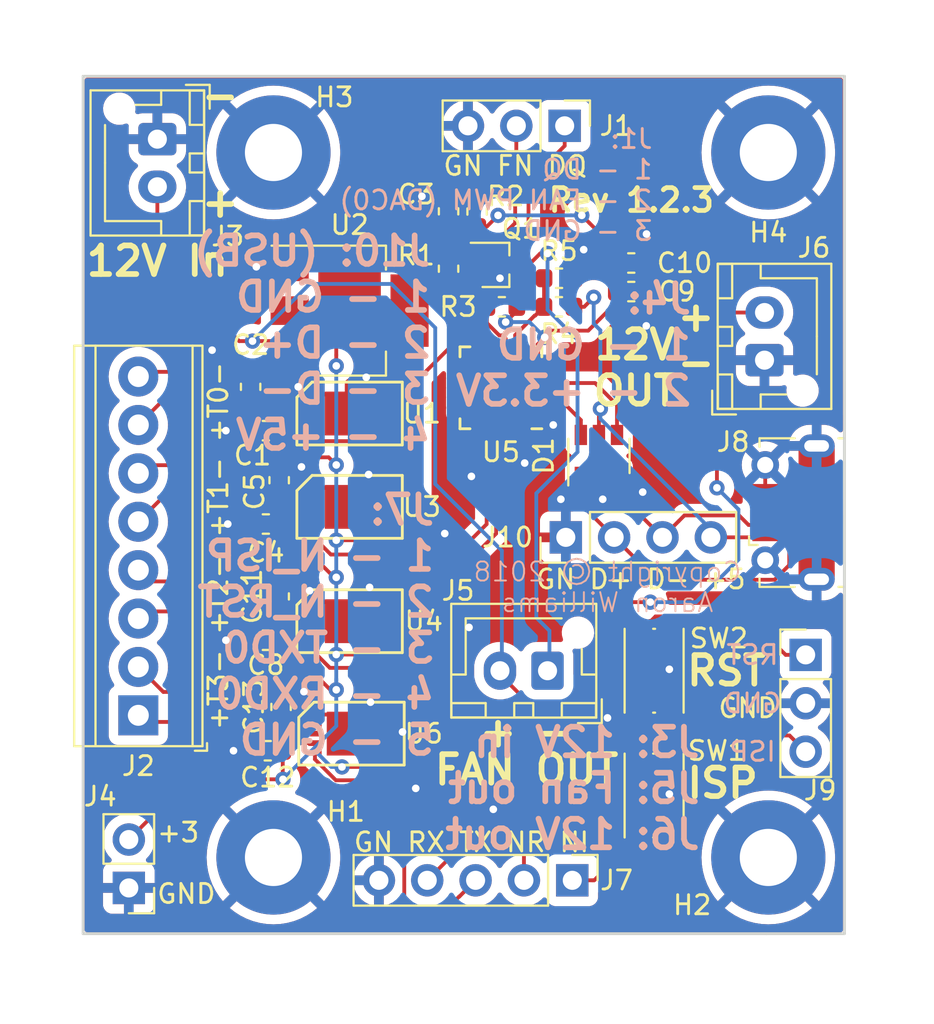
<source format=kicad_pcb>
(kicad_pcb (version 20221018) (generator pcbnew)
  (title_block (title "T-962 Temp Monitor and Fan Controller") (date "2019-03-27") (rev "1.2.3") (company "Copyright © 2018 by Aaron Williams"))
  (layers (0 "F.Cu" signal) (31 "B.Cu" signal) (35 "F.Paste" user) (36 "B.SilkS" user "B.Silkscreen") (37 "F.SilkS" user "F.Silkscreen") (38 "B.Mask" user) (39 "F.Mask" user) (44 "Edge.Cuts" user))
  (net 0 "")
  (net 1 "/FAN_PWM")
  (net 2 "GND")
  (net 3 "+3V3")
  (net 4 "+12V")
  (net 5 "/DQ")
  (net 6 "/D+")
  (net 7 "/D-")
  (net 8 "/P_D-")
  (net 9 "+5V")
  (net 10 "/P_D+")
  (net 11 "Net-(U5-Pad1)")
  (net 12 "/FAN_PWM_OUT")
  (net 13 "/N_ISP")
  (net 14 "/N_RST")
  (net 15 "/TXD0")
  (net 16 "/RXD0")
  (net 17 "/T1+")
  (net 18 "/T1-")
  (net 19 "/T0-")
  (net 20 "/T0+")
  (net 21 "/T2+")
  (net 22 "/T2-")
  (net 23 "/T3-")
  (net 24 "/T3+")
  (net 25 "Net-(R3-Pad2)")
  (net 26 "Net-(J8-Pad4)")
  (net 27 "Net-(U5-Pad11)")
  (net 28 "Net-(U5-Pad12)")
  (net 29 "Net-(U5-Pad13)")
  (net 30 "Net-(U5-Pad14)")
  (net 31 "Net-(U5-Pad15)")
  (net 32 "Net-(U5-Pad17)")
  (net 33 "Net-(U5-Pad18)")
  (net 34 "Net-(U5-Pad19)")
  (net 35 "Net-(U5-Pad22)")
  (net 36 "Net-(U5-Pad23)")
  (net 37 "Net-(U5-Pad24)")
  (net 38 "Net-(R4-Pad2)")
  (footprint "Package_TO_SOT_SMD:SOT-323_SC-70" (layer "F.Cu") (at 149.565001 41)
    (fp_text reference "Q1")
    (fp_text value "BSS214NW")
  )
  (footprint "Capacitor_SMD:C_0603_1608Metric" (layer "F.Cu") (at 137.5 49.7)
    (fp_text reference "C1")
    (fp_text value "0.1uF")
  )
  (footprint "Capacitor_SMD:C_0603_1608Metric" (layer "F.Cu") (at 156.7 42.4)
    (fp_text reference "C9")
    (fp_text value "4.7uF")
  )
  (footprint "Capacitor_SMD:C_0603_1608Metric" (layer "F.Cu") (at 137.5 60.7)
    (fp_text reference "C8")
    (fp_text value "0.1uF")
  )
  (footprint "Capacitor_SMD:C_0603_1608Metric" (layer "F.Cu") (at 147.1 38.1875 90)
    (fp_text reference "C3")
    (fp_text value "1uF")
  )
  (footprint "Capacitor_SMD:C_0603_1608Metric" (layer "F.Cu") (at 136.7 47.4 90)
    (fp_text reference "C2")
    (fp_text value "0.01uF")
  )
  (footprint "Aaron:TDFN-10_3x4mm_P0.5mm" (layer "F.Cu") (at 141.9 59.7 -90)
    (fp_text reference "U4")
    (fp_text value "MAX31850KATB+")
  )
  (footprint "Aaron:TDFN-10_3x4mm_P0.5mm" (layer "F.Cu") (at 141.9 53.7 -90)
    (fp_text reference "U3")
    (fp_text value "MAX31850KATB+")
  )
  (footprint "Aaron:TDFN-10_3x4mm_P0.5mm" (layer "F.Cu") (at 141.9 48.8 -90)
    (fp_text reference "U1")
    (fp_text value "MAX31850KATB+")
  )
  (footprint "Resistor_SMD:R_0603_1608Metric" (layer "F.Cu") (at 148.6 38.2 90)
    (fp_text reference "R2")
    (fp_text value "100K")
  )
  (footprint "Connector_PinHeader_2.54mm:PinHeader_1x05_P2.54mm_Vertical" (layer "F.Cu") (at 153.6 73.3 -90)
    (fp_text reference "J7")
    (fp_text value "2.54mm pin header")
  )
  (footprint "Connector_PinHeader_2.54mm:PinHeader_1x04_P2.54mm_Vertical" (layer "F.Cu") (at 153.26 55.3 90)
    (fp_text reference "J10")
    (fp_text value "Conn_01x04")
  )
  (footprint "Connector_JST:JST_XH_B02B-XH-AM_1x02_P2.50mm_Vertical" (layer "F.Cu") (at 152.3 62.3 180)
    (fp_text reference "J5")
    (fp_text value "JST XH-B02B-XH-AM")
  )
  (footprint "Capacitor_SMD:C_0603_1608Metric" (layer "F.Cu") (at 138.3 64.2 90)
    (fp_text reference "C13")
    (fp_text value "0.01uF")
  )
  (footprint "Capacitor_SMD:C_0603_1608Metric" (layer "F.Cu") (at 137.6 66.5)
    (fp_text reference "C12")
    (fp_text value "0.1uF")
  )
  (footprint "Capacitor_SMD:C_0603_1608Metric" (layer "F.Cu") (at 138.2 58.4 90)
    (fp_text reference "C11")
    (fp_text value "0.01uF")
  )
  (footprint "Capacitor_SMD:C_0603_1608Metric" (layer "F.Cu") (at 156.7 40.9)
    (fp_text reference "C10")
    (fp_text value "0.1uF")
  )
  (footprint "Aaron:TDFN-10_3x4mm_P0.5mm" (layer "F.Cu") (at 142 65.6 -90)
    (fp_text reference "U6")
    (fp_text value "MAX31850KATB+")
  )
  (footprint "Aaron:SW_SPST_KMR2" (layer "F.Cu") (at 157.9 68.85 90)
    (fp_text reference "SW1")
    (fp_text value "SW_SPST_KMR2")
  )
  (footprint "Aaron:SW_SPST_KMR2" (layer "F.Cu") (at 157.9 62.3 90)
    (fp_text reference "SW2")
    (fp_text value "SW_SPST_KMR2")
  )
  (footprint "Resistor_SMD:R_0603_1608Metric" (layer "F.Cu") (at 149.9 43.2 180)
    (fp_text reference "R3")
    (fp_text value "1K")
  )
  (footprint "Resistor_SMD:R_0603_1608Metric" (layer "F.Cu") (at 147.1 41.2 -90)
    (fp_text reference "R1")
    (fp_text value "4.7K")
  )
  (footprint "Aaron:USB_Micro-B_Molex-105017-0001" (layer "F.Cu") (at 165.2 54 90)
    (fp_text reference "J8")
    (fp_text value "USB_B_Micro")
  )
  (footprint "Capacitor_SMD:C_0603_1608Metric" (layer "F.Cu") (at 138.2 52.3 90)
    (fp_text reference "C5")
    (fp_text value "0.01uF")
  )
  (footprint "Capacitor_SMD:C_0603_1608Metric" (layer "F.Cu") (at 137.5 54.6)
    (fp_text reference "C4")
    (fp_text value "0.1uF")
  )
  (footprint "Aaron:QFN-24-1EP_4x4mm_Pitch0.5mm_rounded_corners" (layer "F.Cu") (at 149.85 47.45 180)
    (fp_text reference "U5")
    (fp_text value "CP2102N-A01-QFN24")
  )
  (footprint "Connector_PinHeader_2.54mm:PinHeader_1x03_P2.54mm_Vertical" (layer "F.Cu") (at 153.2 33.7 -90)
    (fp_text reference "J1")
    (fp_text value "Conn_01x03")
  )
  (footprint "Connector_JST:JST_XH_B02B-XH-AM_1x02_P2.50mm_Vertical" (layer "F.Cu") (at 131.8 34.4 -90)
    (fp_text reference "J3")
    (fp_text value "JST XH-B02B-XH-AM")
  )
  (footprint "Resistor_SMD:R_0603_1608Metric" (layer "F.Cu") (at 152.9 43.2 180)
    (fp_text reference "R4")
    (fp_text value "22.1K")
  )
  (footprint "Resistor_SMD:R_0603_1608Metric" (layer "F.Cu") (at 152.905001 41.7)
    (fp_text reference "R5")
    (fp_text value "47.5K")
  )
  (footprint "MountingHole:MountingHole_3mm_Pad" (layer "F.Cu") (at 163.9 35.1)
    (fp_text reference "H4")
    (fp_text value "MountingHole_Pad")
  )
  (footprint "MountingHole:MountingHole_3mm_Pad" (layer "F.Cu") (at 137.9 35.1)
    (fp_text reference "H3")
    (fp_text value "MountingHole_Pad")
  )
  (footprint "MountingHole:MountingHole_3mm_Pad" (layer "F.Cu") (at 163.9 72.1)
    (fp_text reference "H2")
    (fp_text value "MountingHole_Pad")
  )
  (footprint "MountingHole:MountingHole_3mm_Pad" (layer "F.Cu") (at 137.9 72.1)
    (fp_text reference "H1")
    (fp_text value "MountingHole_Pad")
  )
  (footprint "TerminalBlock_TE-Connectivity:TerminalBlock_TE_282834-8_1x08_P2.54mm_Horizontal" (layer "F.Cu") (at 130.8 64.64 90)
    (fp_text reference "J2")
    (fp_text value "TE 282834-8")
  )
  (footprint "Package_TO_SOT_SMD:SOT-223" (layer "F.Cu") (at 141.9 43.4)
    (fp_text reference "U2")
    (fp_text value "LD1117S33CTR")
  )
  (footprint "Connector_PinHeader_2.54mm:PinHeader_1x02_P2.54mm_Vertical" (layer "F.Cu") (at 130.3 73.7 180)
    (fp_text reference "J4")
    (fp_text value "Conn_01x02_Male")
  )
  (footprint "Connector_JST:JST_XH_B02B-XH-AM_1x02_P2.50mm_Vertical" (layer "F.Cu") (at 163.7 46 90)
    (fp_text reference "J6")
    (fp_text value "JST XH-B02B-XH-AM")
  )
  (footprint "Package_TO_SOT_SMD:SOT-23-6" (layer "F.Cu") (at 155 51.025 90)
    (fp_text reference "D1")
    (fp_text value "USBLC6-2SC6")
  )
  (footprint "Connector_PinHeader_2.54mm:PinHeader_1x03_P2.54mm_Vertical" (layer "F.Cu") (at 165.862 61.468)
    (fp_text reference "J9")
    (fp_text value "Conn_01x03_Male")
  )
  (gr_line (start 167.9 31.1) (end 127.9 31.1) (stroke (width 0.15)) (layer "Edge.Cuts"))
  (gr_line (start 127.9 76.1) (end 163.8 76.1) (stroke (width 0.15)) (layer "Edge.Cuts"))
  (gr_line (start 167.9 76.1) (end 163.8 76.1) (stroke (width 0.15)) (layer "Edge.Cuts"))
  (gr_line (start 127.9 31.1) (end 127.9 76.1) (stroke (width 0.15)) (layer "Edge.Cuts"))
  (gr_line (start 167.9 31.1) (end 167.9 76.1) (stroke (width 0.15)) (layer "Edge.Cuts"))
  (gr_text "J3: 12V in\nJ5: Fan out\nJ6: 12V out" (at 160.45 68.475) (layer "B.SilkS") (effects (font (size 1.5 1.5) (thickness 0.3)) (justify left mirror)))
  (gr_text "RST" (at 163.068 61.468) (layer "B.SilkS") (effects (font (size 1 1)) (justify mirror)))
  (gr_text "GND" (at 163.068 64.008) (layer "B.SilkS") (effects (font (size 1 1)) (justify mirror)))
  (gr_text "J4:\n1 - GND\n2 - +3.3V" (at 160 45.2) (layer "B.SilkS") (effects (font (size 1.5 1.5) (thickness 0.3)) (justify left mirror)))
  (gr_text "J1:\n1 - DQ\n2 - FAN PWM (DAC0)\n3 - GND" (at 157.9 36.8) (layer "B.SilkS") (effects (font (size 1 1)) (justify left mirror)))
  (gr_text "Copyright © 2018\nAaron Williams" (at 155.448 57.912) (layer "B.SilkS") (effects (font (size 1 1) (thickness 0.1)) (justify mirror)))
  (gr_text "ISP" (at 163.068 66.548) (layer "B.SilkS") (effects (font (size 1 1)) (justify mirror)))
  (gr_text "J7:\n1 - N_ISP\n2 - N_RST\n3 - TXD0\n4 - RXD0\n5 - GND" (at 146.5 59.9) (layer "B.SilkS") (effects (font (size 1.5 1.5) (thickness 0.3)) (justify left mirror)))
  (gr_text "J10: (USB)\n1 - GND\n2 - D+\n3 - D-\n4 - +5V" (at 146.3 45.1) (layer "B.SilkS") (effects (font (size 1.5 1.5) (thickness 0.3)) (justify left mirror)))
  (gr_text "+T1-" (at 135 53.2 90) (layer "F.SilkS") (effects (font (size 1 1))))
  (gr_text "ISP" (at 161.5 68.2) (layer "F.SilkS") (effects (font (size 1.5 1.5) (thickness 0.3))))
  (gr_text "GN D+ D- +5" (at 157.2 57.5) (layer "F.SilkS") (effects (font (size 1 1))))
  (gr_text "+T0-" (at 135 48.2 90) (layer "F.SilkS") (effects (font (size 1 1))))
  (gr_text "RST" (at 161.7 62.3) (layer "F.SilkS") (effects (font (size 1.5 1.5) (thickness 0.3))))
  (gr_text "GND" (at 162.814 64.262) (layer "F.SilkS") (effects (font (size 1 1))))
  (gr_text "+" (at 135.1 37.7) (layer "F.SilkS") (effects (font (size 1.5 1.5) (thickness 0.3))))
  (gr_text "FAN OUT" (at 151.2 67.5) (layer "F.SilkS") (effects (font (size 1.5 1.5) (thickness 0.3))))
  (gr_text "GN RX TX NR NI" (at 148.3 71.3) (layer "F.SilkS") (effects (font (size 1 1))))
  (gr_text "+\n-" (at 160.1 44.9) (layer "F.SilkS") (effects (font (size 1.5 1.5) (thickness 0.3))))
  (gr_text "-" (at 135.1 32.1) (layer "F.SilkS") (effects (font (size 1.5 1.5) (thickness 0.3))))
  (gr_text "12V\nOUT" (at 156.9 46.4) (layer "F.SilkS") (effects (font (size 1.5 1.5) (thickness 0.3))))
  (gr_text "GN FN DQ" (at 150.6 35.8) (layer "F.SilkS") (effects (font (size 1 1))))
  (gr_text "Rev 1.2.3" (at 156.7 37.6) (layer "F.SilkS") (effects (font (size 1.2 1.2) (thickness 0.25))))
  (gr_text "+3\n\nGND" (at 131.7 72.4) (layer "F.SilkS") (effects (font (size 1 1)) (justify left)))
  (gr_text "+ -" (at 151.2 65.5) (layer "F.SilkS") (effects (font (size 1.5 1.5) (thickness 0.3))))
  (gr_text "+T2-" (at 135 58.3 90) (layer "F.SilkS") (effects (font (size 1 1))))
  (gr_text "+T3-" (at 135 63.3 90) (layer "F.SilkS") (effects (font (size 1 1))))
  (gr_text "12V In" (at 131.8 40.8) (layer "F.SilkS") (effects (font (size 1.5 1.5) (thickness 0.3))))
  (segment (start 150.66 33.7) (end 150.66 35.3525) (width 0.2) (layer "F.Cu") (net 1))
  (segment (start 150.1 37.4) (end 150.6 37.9) (width 0.2) (layer "F.Cu") (net 1))
  (segment (start 149.175 37.4125) (end 149.1875 37.4) (width 0.2) (layer "F.Cu") (net 1))
  (segment (start 150.6 38.8) (end 149.6 39.8) (width 0.2) (layer "F.Cu") (net 1))
  (segment (start 149.1875 37.4) (end 150.1 37.4) (width 0.2) (layer "F.Cu") (net 1))
  (segment (start 149.6 39.8) (end 149.240001 39.8) (width 0.2) (layer "F.Cu") (net 1))
  (segment (start 148.690001 40.35) (end 148.565001 40.35) (width 0.2) (layer "F.Cu") (net 1))
  (segment (start 149.240001 39.8) (end 148.690001 40.35) (width 0.2) (layer "F.Cu") (net 1))
  (segment (start 150.66 35.3525) (end 148.6 37.4125) (width 0.2) (layer "F.Cu") (net 1))
  (segment (start 148.6 37.4125) (end 149.175 37.4125) (width 0.2) (layer "F.Cu") (net 1))
  (segment (start 150.6 37.9) (end 150.6 38.8) (width 0.2) (layer "F.Cu") (net 1))
  (segment (start 158.7 68.775) (end 158.7 70.9) (width 0.2) (layer "F.Cu") (net 2))
  (segment (start 143.82 48.3) (end 143.82 48.8) (width 0.2) (layer "F.Cu") (net 2))
  (segment (start 143.82 60.7) (end 142.9 60.7) (width 0.2) (layer "F.Cu") (net 2))
  (segment (start 143.92 65.1) (end 142.5 65.1) (width 0.2) (layer "F.Cu") (net 2))
  (segment (start 139.6 47.8) (end 139.2 47.4) (width 0.2) (layer "F.Cu") (net 2))
  (segment (start 148.565001 41.65) (end 149.75 41.65) (width 0.2) (layer "F.Cu") (net 2))
  (segment (start 142.9 49.8) (end 141.9 48.8) (width 0.2) (layer "F.Cu") (net 2))
  (segment (start 139.98 47.8) (end 140.9 47.8) (width 0.2) (layer "F.Cu") (net 2))
  (segment (start 140.9 58.7) (end 139.98 58.7) (width 0.2) (layer "F.Cu") (net 2))
  (segment (start 143.82 59.7) (end 141.9 59.7) (width 0.2) (layer "F.Cu") (net 2))
  (segment (start 151.8 48.2) (end 152.386444 48.2) (width 0.2) (layer "F.Cu") (net 2))
  (segment (start 142.9 60.7) (end 141.9 59.7) (width 0.2) (layer "F.Cu") (net 2))
  (segment (start 143.82 54.2) (end 143.82 53.7) (width 0.2) (layer "F.Cu") (net 2))
  (segment (start 141.9 53.7) (end 141.9 53) (width 0.2) (layer "F.Cu") (net 2))
  (segment (start 142.4 49.3) (end 141.9 48.8) (width 0.2) (layer "F.Cu") (net 2))
  (segment (start 148.3 52.1) (end 148.3 53.7) (width 0.2) (layer "F.Cu") (net 2))
  (segment (start 149.2 48.1) (end 150.5 48.1) (width 0.2) (layer "F.Cu") (net 2))
  (segment (start 139.98 58.7) (end 139.98 58.28) (width 0.2) (layer "F.Cu") (net 2))
  (segment (start 142 64.95) (end 143 63.95) (width 0.2) (layer "F.Cu") (net 2))
  (segment (start 139.98 47.8) (end 139.6 47.8) (width 0.2) (layer "F.Cu") (net 2))
  (segment (start 143.82 49.3) (end 142.4 49.3) (width 0.2) (layer "F.Cu") (net 2))
  (segment (start 152.999942 53.299942) (end 152.999942 53.3) (width 0.2) (layer "F.Cu") (net 2))
  (segment (start 150.5 46.8) (end 149.2 46.8) (width 0.2) (layer "F.Cu") (net 2))
  (segment (start 141 64.6) (end 140.08 64.6) (width 0.2) (layer "F.Cu") (net 2))
  (segment (start 158.7 60.25) (end 158.7 62.225) (width 0.2) (layer "F.Cu") (net 2))
  (segment (start 140.9 47.8) (end 141.9 48.8) (width 0.2) (layer "F.Cu") (net 2))
  (segment (start 142 65.6) (end 142 64.95) (width 0.2) (layer "F.Cu") (net 2))
  (segment (start 136.7125 49.7) (end 135.4 49.7) (width 0.2) (layer "F.Cu") (net 2))
  (segment (start 144.595054 65.6) (end 144.681609 65.513445) (width 0.2) (layer "F.Cu") (net 2))
  (segment (start 157.4 39.27999) (end 157.5 39.37999) (width 0.2) (layer "F.Cu") (net 2))
  (segment (start 139.98 58.28) (end 139.8 58.1) (width 0.2) (layer "F.Cu") (net 2))
  (segment (start 158.7 59.9) (end 158.7 60.25) (width 0.2) (layer "F.Cu") (net 2))
  (segment (start 141.9 47.775) (end 142.775 46.9) (width 0.2) (layer "F.Cu") (net 2))
  (segment (start 140.08 64.6) (end 140.08 63.98) (width 0.2) (layer "F.Cu") (net 2))
  (segment (start 155 53.1) (end 155.2 53.3) (width 0.2) (layer "F.Cu") (net 2))
  (segment (start 147.69 34.13) (end 148.12 33.7) (width 0.2) (layer "F.Cu") (net 2))
  (segment (start 138.75 41.1) (end 137 41.1) (width 0.2) (layer "F.Cu") (net 2))
  (segment (start 142.4 59.2) (end 141.9 59.7) (width 0.2) (layer "F.Cu") (net 2))
  (segment (start 141.9 58.975) (end 142.95 57.925) (width 0.2) (layer "F.Cu") (net 2))
  (segment (start 140.08 63.98) (end 139.5 63.4) (width 0.2) (layer "F.Cu") (net 2))
  (segment (start 141.9 59.7) (end 141.9 58.975) (width 0.2) (layer "F.Cu") (net 2))
  (segment (start 152.6 48.413556) (end 152.6 48.834315) (width 0.2) (layer "F.Cu") (net 2))
  (segment (start 142.5 65.1) (end 142 65.6) (width 0.2) (layer "F.Cu") (net 2))
  (segment (start 143.82 49.3) (end 143.82 49.8) (width 0.2) (layer "F.Cu") (net 2))
  (segment (start 143.82 59.2) (end 142.4 59.2) (width 0.2) (layer "F.Cu") (net 2))
  (segment (start 143.82 48.8) (end 143.82 49.3) (width 0.2) (layer "F.Cu") (net 2))
  (segment (start 149.2 46.8) (end 149.2 48.1) (width 0.2) (layer "F.Cu") (net 2))
  (segment (start 139.98 52.7) (end 139.98 52.211386) (width 0.2) (layer "F.Cu") (net 2))
  (segment (start 141.9 53) (end 142.9 52) (width 0.2) (layer "F.Cu") (net 2))
  (segment (start 139.98 52.211386) (end 139.771415 52.002801) (width 0.2) (layer "F.Cu") (net 2))
  (segment (start 157.4875 39.39249) (end 157.5 39.37999) (width 0.2) (layer "F.Cu") (net 2))
  (segment (start 152.386444 48.2) (end 152.6 48.413556) (width 0.2) (layer "F.Cu") (net 2))
  (segment (start 149.75 41.65) (end 149.8 41.7) (width 0.2) (layer "F.Cu") (net 2))
  (segment (start 143.82 53.7) (end 143.82 53.2) (width 0.2) (layer "F.Cu") (net 2))
  (segment (start 155 51.95) (end 155 53.1) (width 0.2) (layer "F.Cu") (net 2))
  (segment (start 163.7375 52.7) (end 163.7375 51.5) (width 0.2) (layer "F.Cu") (net 2))
  (segment (start 150.6 48.2) (end 150.5 48.1) (width 0.2) (layer "F.Cu") (net 2))
  (segment (start 151.8 48.2) (end 150.6 48.2) (width 0.2) (layer "F.Cu") (net 2))
  (segment (start 136.7125 60.7) (end 135.4 60.7) (width 0.2) (layer "F.Cu") (net 2))
  (segment (start 141.9 53.7) (end 140.9 52.7) (width 0.2) (layer "F.Cu") (net 2))
  (segment (start 143.82 48.8) (end 141.9 48.8) (width 0.2) (layer "F.Cu") (net 2))
  (segment (start 136.7125 54.6) (end 135.5 54.6) (width 0.2) (layer "F.Cu") (net 2))
  (segment (start 140.9 52.7) (end 139.98 52.7) (width 0.2) (layer "F.Cu") (net 2))
  (segment (start 136.8125 66.5) (end 135.800004 66.5) (width 0.2) (layer "F.Cu") (net 2))
  (segment (start 141.9 59.7) (end 140.9 58.7) (width 0.2) (layer "F.Cu") (net 2))
  (segment (start 143.92 65.6) (end 144.595054 65.6) (width 0.2) (layer "F.Cu") (net 2))
  (segment (start 141.9 48.8) (end 141.9 47.775) (width 0.2) (layer "F.Cu") (net 2))
  (segment (start 148.3 53.7) (end 146.9 55.1) (width 0.2) (layer "F.Cu") (net 2))
  (segment (start 143.82 49.8) (end 142.9 49.8) (width 0.2) (layer "F.Cu") (net 2))
  (segment (start 139.771415 52.002801) (end 139.371416 51.602802) (width 0.2) (layer "F.Cu") (net 2))
  (segment (start 142 65.6) (end 141 64.6) (width 0.2) (layer "F.Cu") (net 2))
  (segment (start 152.6 48.834315) (end 152.6 49.4) (width 0.2) (layer "F.Cu") (net 2))
  (segment (start 143.92 65.6) (end 142 65.6) (width 0.2) (layer "F.Cu") (net 2))
  (segment (start 143.82 53.7) (end 141.9 53.7) (width 0.2) (layer "F.Cu") (net 2))
  (via (at 152.999942 53.3) (size 0.8) (drill 0.4) (layers "F.Cu" "B.Cu") (net 2))
  (via (at 143 63.95) (size 0.8) (drill 0.4) (layers "F.Cu" "B.Cu") (net 2))
  (via (at 135.800004 66.5) (size 0.8) (drill 0.4) (layers "F.Cu" "B.Cu") (net 2))
  (via (at 146.9 55.1) (size 0.8) (drill 0.4) (layers "F.Cu" "B.Cu") (net 2))
  (via (at 157.4875 44.199998) (size 0.8) (drill 0.4) (layers "F.Cu" "B.Cu") (net 2))
  (via (at 148.175 60.025) (size 0.8) (drill 0.4) (layers "F.Cu" "B.Cu") (net 2))
  (via (at 148.3 52.1) (size 0.8) (drill 0.4) (layers "F.Cu" "B.Cu") (net 2))
  (via (at 137 41.1) (size 0.8) (drill 0.4) (layers "F.Cu" "B.Cu") (net 2))
  (via (at 142.95 57.925) (size 0.8) (drill 0.4) (layers "F.Cu" "B.Cu") (net 2))
  (via (at 139.2 47.4) (size 0.8) (drill 0.4) (layers "F.Cu" "B.Cu") (net 2))
  (via (at 145.700026 37.4) (size 0.8) (drill 0.4) (layers "F.Cu" "B.Cu") (net 2))
  (via (at 142.775 46.9) (size 0.8) (drill 0.4) (layers "F.Cu" "B.Cu") (net 2))
  (via (at 134.675 45.475) (size 0.8) (drill 0.4) (layers "F.Cu" "B.Cu") (net 2))
  (via (at 151.1 51.4) (size 0.8) (drill 0.4) (layers "F.Cu" "B.Cu") (net 2))
  (via (at 145.375 68.475) (size 0.8) (drill 0.4) (layers "F.Cu" "B.Cu") (net 2))
  (via (at 139.8 58.1) (size 0.8) (drill 0.4) (layers "F.Cu" "B.Cu") (net 2))
  (via (at 157.300001 52.925001) (size 0.8) (drill 0.4) (layers "F.Cu" "B.Cu") (net 2))
  (via (at 157.5 39.37999) (size 0.8) (drill 0.4) (layers "F.Cu" "B.Cu") (net 2))
  (via (at 152.6 49.4) (size 0.8) (drill 0.4) (layers "F.Cu" "B.Cu") (net 2))
  (via (at 149.8 41.7) (size 0.8) (drill 0.4) (layers "F.Cu" "B.Cu") (net 2))
  (via (at 135.4 60.7) (size 0.8) (drill 0.4) (layers "F.Cu" "B.Cu") (net 2))
  (via (at 149.45 69.575) (size 0.8) (drill 0.4) (layers "F.Cu" "B.Cu") (net 2))
  (via (at 139.5 63.4) (size 0.8) (drill 0.4) (layers "F.Cu" "B.Cu") (net 2))
  (via (at 155.2 53.3) (size 0.8) (drill 0.4) (layers "F.Cu" "B.Cu") (net 2))
  (via (at 135.5 54.6) (size 0.8) (drill 0.4) (layers "F.Cu" "B.Cu") (net 2))
  (via (at 135.4 49.7) (size 0.8) (drill 0.4) (layers "F.Cu" "B.Cu") (net 2))
  (via (at 142.9 52) (size 0.8) (drill 0.4) (layers "F.Cu" "B.Cu") (net 2))
  (via (at 144.681609 65.513445) (size 0.8) (drill 0.4) (layers "F.Cu" "B.Cu") (net 2))
  (via (at 155.45 64.775) (size 0.8) (drill 0.4) (layers "F.Cu" "B.Cu") (net 2))
  (via (at 139.371416 51.602802) (size 0.8) (drill 0.4) (layers "F.Cu" "B.Cu") (net 2))
  (via (at 154.2 40.2) (size 0.8) (drill 0.4) (layers "F.Cu" "B.Cu") (net 2))
  (via (at 158.7 68.775) (size 0.8) (drill 0.4) (layers "F.Cu" "B.Cu") (net 2))
  (via (at 158.7 62.225) (size 0.8) (drill 0.4) (layers "F.Cu" "B.Cu") (net 2))
  (segment (start 145.1375 40.4125) (end 146.4 40.4125) (width 0.2) (layer "F.Cu") (net 3))
  (segment (start 151.8 45.4842) (end 151.8 45.95) (width 0.2) (layer "F.Cu") (net 3))
  (segment (start 150.6875 43.2) (end 150.6875 43.4125) (width 0.2) (layer "F.Cu") (net 3))
  (segment (start 143.419998 55.450002) (end 141.2 55.450002) (width 0.2) (layer "F.Cu") (net 3))
  (segment (start 148.5875 38.975) (end 148.6 38.9875) (width 0.2) (layer "F.Cu") (net 3))
  (segment (start 145.1375 40.4125) (end 145.1375 40.4125) (width 0.2) (layer "F.Cu") (net 3))
  (segment (start 139.755417 50.802801) (end 139.390301 50.802801) (width 0.2) (layer "F.Cu") (net 3))
  (segment (start 144.37 60.2) (end 144.470001 60.300001) (width 0.2) (layer "F.Cu") (net 3))
  (segment (start 138.6875 54.2) (end 138.2875 54.6) (width 0.2) (layer "F.Cu") (net 3))
  (segment (start 147.0825 40.43) (end 147.1 40.4125) (width 0.2) (layer "F.Cu") (net 3))
  (segment (start 143.92 67.05) (end 143.619998 67.350002) (width 0.2) (layer "F.Cu") (net 3))
  (segment (start 151.7842 45.5) (end 151.8 45.4842) (width 0.2) (layer "F.Cu") (net 3))
  (segment (start 133.46 68) (end 130.3 71.16) (width 0.2) (layer "F.Cu") (net 3))
  (segment (start 146.4 40.4125) (end 145.447502 40.4125) (width 0.2) (layer "F.Cu") (net 3))
  (segment (start 152.5 44.45) (end 151.7842 45.1658) (width 0.2) (layer "F.Cu") (net 3))
  (segment (start 140.8875 63.3) (end 141.199972 63.3) (width 0.2) (layer "F.Cu") (net 3))
  (segment (start 141.2 43.4) (end 138.75 43.4) (width 0.2) (layer "F.Cu") (net 3))
  (segment (start 138.6875 49.3) (end 138.2875 49.7) (width 0.2) (layer "F.Cu") (net 3))
  (segment (start 149.1125 38.9875) (end 149.7 38.4) (width 0.2) (layer "F.Cu") (net 3))
  (segment (start 138.7875 60.2) (end 138.2875 60.7) (width 0.2) (layer "F.Cu") (net 3))
  (segment (start 144.470001 60.300001) (end 144.470001 61.090001) (width 0.2) (layer "F.Cu") (net 3))
  (segment (start 138.7875 66.1) (end 138.3875 66.5) (width 0.2) (layer "F.Cu") (net 3))
  (segment (start 155.9125 42.4) (end 155.9125 42.975) (width 0.2) (layer "F.Cu") (net 3))
  (segment (start 155.9125 40.9) (end 155.9125 42.4) (width 0.2) (layer "F.Cu") (net 3))
  (segment (start 154.4375 44.45) (end 152.5 44.45) (width 0.2) (layer "F.Cu") (net 3))
  (segment (start 143.82 55.05) (end 143.419998 55.450002) (width 0.2) (layer "F.Cu") (net 3))
  (segment (start 143.92 66.6) (end 143.92 67.05) (width 0.2) (layer "F.Cu") (net 3))
  (segment (start 139.98 49.3) (end 138.6875 49.3) (width 0.2) (layer "F.Cu") (net 3))
  (segment (start 140.052617 51.100001) (end 139.755417 50.802801) (width 0.2) (layer "F.Cu") (net 3))
  (segment (start 154.499999 38.799999) (end 154.1 38.4) (width 0.2) (layer "F.Cu") (net 3))
  (segment (start 138.2875 60.7) (end 140.8875 63.3) (width 0.2) (layer "F.Cu") (net 3))
  (segment (start 141.2 45.734319) (end 141.2 43.4) (width 0.2) (layer "F.Cu") (net 3))
  (segment (start 144.470001 61.090001) (end 144.109986 61.450016) (width 0.2) (layer "F.Cu") (net 3))
  (segment (start 139.98 54.2) (end 138.6875 54.2) (width 0.2) (layer "F.Cu") (net 3))
  (segment (start 155.9125 40.2125) (end 154.499999 38.799999) (width 0.2) (layer "F.Cu") (net 3))
  (segment (start 145.05 40.5) (end 145.1375 40.4125) (width 0.2) (layer "F.Cu") (net 3))
  (segment (start 143.82 54.7) (end 143.82 55.05) (width 0.2) (layer "F.Cu") (net 3))
  (segment (start 143.92 66.1) (end 143.92 66.6) (width 0.2) (layer "F.Cu") (net 3))
  (segment (start 138.4 66.5125) (end 138.3875 66.5) (width 0.2) (layer "F.Cu") (net 3))
  (segment (start 138.4 68) (end 133.46 68) (width 0.2) (layer "F.Cu") (net 3))
  (segment (start 144.109986 61.450016) (end 141.765685 61.450016) (width 0.2) (layer "F.Cu") (net 3))
  (segment (start 147.1 40.4125) (end 147.1 38.975) (width 0.2) (layer "F.Cu") (net 3))
  (segment (start 138.3875 66.5) (end 138.3875 67.9875) (width 0.2) (layer "F.Cu") (net 3))
  (segment (start 140.08 66.1) (end 138.7875 66.1) (width 0.2) (layer "F.Cu") (net 3))
  (segment (start 141.765685 61.450016) (end 141.2 61.450016) (width 0.2) (layer "F.Cu") (net 3))
  (segment (start 139.98 60.2) (end 138.7875 60.2) (width 0.2) (layer "F.Cu") (net 3))
  (segment (start 145.05 43.4) (end 141.2 43.4) (width 0.2) (layer "F.Cu") (net 3))
  (segment (start 148.6 38.9875) (end 149.1125 38.9875) (width 0.2) (layer "F.Cu") (net 3))
  (segment (start 150.6875 43.4125) (end 150.1 44) (width 0.2) (layer "F.Cu") (net 3))
  (segment (start 141.2 51.5) (end 140.800001 51.100001) (width 0.2) (layer "F.Cu") (net 3))
  (segment (start 151.8 46.7) (end 151.8 46.2) (width 0.2) (layer "F.Cu") (net 3))
  (segment (start 147.1 38.975) (end 148.5875 38.975) (width 0.2) (layer "F.Cu") (net 3))
  (segment (start 155.9125 42.975) (end 154.4375 44.45) (width 0.2) (layer "F.Cu") (net 3))
  (segment (start 147.1 40.4125) (end 146.4 40.4125) (width 0.2) (layer "F.Cu") (net 3))
  (segment (start 151.7842 45.1658) (end 151.7842 45.5) (width 0.2) (layer "F.Cu") (net 3))
  (segment (start 155.9125 40.9) (end 155.9125 40.2125) (width 0.2) (layer "F.Cu") (net 3))
  (segment (start 151.1 45.5) (end 151.7842 45.5) (width 0.2) (layer "F.Cu") (net 3))
  (segment (start 143.619998 67.350002) (end 141.5 67.350002) (width 0.2) (layer "F.Cu") (net 3))
  (segment (start 145.05 43.4) (end 145.05 40.5) (width 0.2) (layer "F.Cu") (net 3))
  (segment (start 141.2 46.300004) (end 141.2 45.734319) (width 0.2) (layer "F.Cu") (net 3))
  (segment (start 140.800001 51.100001) (end 140.052617 51.100001) (width 0.2) (layer "F.Cu") (net 3))
  (segment (start 143.82 60.2) (end 144.37 60.2) (width 0.2) (layer "F.Cu") (net 3))
  (segment (start 138.3875 67.9875) (end 138.4 68) (width 0.2) (layer "F.Cu") (net 3))
  (segment (start 151.8 45.95) (end 151.8 46.2) (width 0.2) (layer "F.Cu") (net 3))
  (segment (start 139.390301 50.802801) (end 138.2875 49.7) (width 0.2) (layer "F.Cu") (net 3))
  (segment (start 138.2875 54.6) (end 141.0875 57.4) (width 0.2) (layer "F.Cu") (net 3))
  (segment (start 141.0875 57.4) (end 141.2 57.4) (width 0.2) (layer "F.Cu") (net 3))
  (via (at 149.7 38.4) (size 0.8) (drill 0.4) (layers "F.Cu" "B.Cu") (net 3))
  (via (at 152.15 44.8) (size 0.8) (drill 0.4) (layers "F.Cu" "B.Cu") (net 3))
  (via (at 141.2 61.450016) (size 0.8) (drill 0.4) (layers "F.Cu" "B.Cu") (net 3))
  (via (at 141.5 67.350002) (size 0.8) (drill 0.4) (layers "F.Cu" "B.Cu") (net 3))
  (via (at 141.2 55.450002) (size 0.8) (drill 0.4) (layers "F.Cu" "B.Cu") (net 3))
  (via (at 141.199972 63.3) (size 0.8) (drill 0.4) (layers "F.Cu" "B.Cu") (net 3))
  (via (at 138.4 68) (size 0.8) (drill 0.4) (layers "F.Cu" "B.Cu") (net 3))
  (via (at 150.1 44) (size 0.8) (drill 0.4) (layers "F.Cu" "B.Cu") (net 3))
  (via (at 141.2 51.5) (size 0.8) (drill 0.4) (layers "F.Cu" "B.Cu") (net 3))
  (via (at 141.2 57.4) (size 0.8) (drill 0.4) (layers "F.Cu" "B.Cu") (net 3))
  (via (at 154.1 38.4) (size 0.8) (drill 0.4) (layers "F.Cu" "B.Cu") (net 3))
  (via (at 141.2 46.300004) (size 0.8) (drill 0.4) (layers "F.Cu" "B.Cu") (net 3))
  (segment (start 141.2 51.5) (end 141.2 51.5) (width 0.2) (layer "B.Cu") (net 3))
  (segment (start 141.2 55.450002) (end 141.2 51.5) (width 0.2) (layer "B.Cu") (net 3))
  (segment (start 150.1 44) (end 151.35 44) (width 0.2) (layer "B.Cu") (net 3))
  (segment (start 140.934315 67.350002) (end 140.1 66.515687) (width 0.2) (layer "B.Cu") (net 3))
  (segment (start 141.2 57.4) (end 141.2 55.450002) (width 0.2) (layer "B.Cu") (net 3))
  (segment (start 153.534315 38.4) (end 154.1 38.4) (width 0.2) (layer "B.Cu") (net 3))
  (segment (start 149.7 38.4) (end 153.534315 38.4) (width 0.2) (layer "B.Cu") (net 3))
  (segment (start 141.199972 65.200028) (end 141.199972 63.865685) (width 0.2) (layer "B.Cu") (net 3))
  (segment (start 141.199972 63.865685) (end 141.199972 63.3) (width 0.2) (layer "B.Cu") (net 3))
  (segment (start 141.199972 63.3) (end 141.199972 61.450044) (width 0.2) (layer "B.Cu") (net 3))
  (segment (start 141.2 61.450016) (end 141.2 57.4) (width 0.2) (layer "B.Cu") (net 3))
  (segment (start 140.1 66.3) (end 141.199972 65.200028) (width 0.2) (layer "B.Cu") (net 3))
  (segment (start 151.35 44) (end 152.15 44.8) (width 0.2) (layer "B.Cu") (net 3))
  (segment (start 141.2 46.300004) (end 141.2 51.5) (width 0.2) (layer "B.Cu") (net 3))
  (segment (start 141.199972 62.734315) (end 141.199972 63.3) (width 0.2) (layer "B.Cu") (net 3))
  (segment (start 138.4 68) (end 140.1 66.3) (width 0.2) (layer "B.Cu") (net 3))
  (segment (start 141.5 67.350002) (end 140.934315 67.350002) (width 0.2) (layer "B.Cu") (net 3))
  (segment (start 141.199972 61.450044) (end 141.2 61.450016) (width 0.2) (layer "B.Cu") (net 3))
  (segment (start 140.1 66.515687) (end 140.1 66.3) (width 0.2) (layer "B.Cu") (net 3))
  (segment (start 138.05 45) (end 138.75 45.7) (width 0.2) (layer "F.Cu") (net 4))
  (segment (start 161.2 44) (end 161.7 43.5) (width 0.2) (layer "F.Cu") (net 4))
  (segment (start 156.439998 58.7) (end 157.7 58.7) (width 0.2) (layer "F.Cu") (net 4))
  (segment (start 136.8 45) (end 136.1 45) (width 0.2) (layer "F.Cu") (net 4))
  (segment (start 163.55 43.5) (end 163.7 43.5) (width 0.2) (layer "F.Cu") (net 4))
  (segment (start 149.8 62.49352) (end 151.30649 64.00001) (width 0.2) (layer "F.Cu") (net 4))
  (segment (start 161.2 52.7) (end 161.2 44) (width 0.2) (layer "F.Cu") (net 4))
  (segment (start 131.8 40.7) (end 131.8 36.9) (width 0.2) (layer "F.Cu") (net 4))
  (segment (start 155.949999 59.189999) (end 156.439998 58.7) (width 0.2) (layer "F.Cu") (net 4))
  (segment (start 161.7 43.5) (end 163.7 43.5) (width 0.2) (layer "F.Cu") (net 4))
  (segment (start 155.949999 61.343521) (end 155.949999 59.189999) (width 0.2) (layer "F.Cu") (net 4))
  (segment (start 136.1 45) (end 131.8 40.7) (width 0.2) (layer "F.Cu") (net 4))
  (segment (start 149.8 62.3) (end 149.8 62.49352) (width 0.2) (layer "F.Cu") (net 4))
  (segment (start 153.29351 64.00001) (end 155.949999 61.343521) (width 0.2) (layer "F.Cu") (net 4))
  (segment (start 136.8 45) (end 138.05 45) (width 0.2) (layer "F.Cu") (net 4))
  (segment (start 151.30649 64.00001) (end 153.29351 64.00001) (width 0.2) (layer "F.Cu") (net 4))
  (via (at 157.7 58.7) (size 0.8) (drill 0.4) (layers "F.Cu" "B.Cu") (net 4))
  (via (at 136.8 45) (size 0.8) (drill 0.4) (layers "F.Cu" "B.Cu") (net 4))
  (via (at 161.2 52.7) (size 0.8) (drill 0.4) (layers "F.Cu" "B.Cu") (net 4))
  (segment (start 149.9 56) (end 146.4 52.5) (width 0.2) (layer "B.Cu") (net 4))
  (segment (start 162.330001 56.469999) (end 162.330001 53.830001) (width 0.2) (layer "B.Cu") (net 4))
  (segment (start 162.330001 53.830001) (end 161.2 52.7) (width 0.2) (layer "B.Cu") (net 4))
  (segment (start 157.7 58.7) (end 160.1 58.7) (width 0.2) (layer "B.Cu") (net 4))
  (segment (start 146.4 52.5) (end 146.4 44.3) (width 0.2) (layer "B.Cu") (net 4))
  (segment (start 160.1 58.7) (end 162.330001 56.469999) (width 0.2) (layer "B.Cu") (net 4))
  (segment (start 149.9 62.2) (end 149.9 56) (width 0.2) (layer "B.Cu") (net 4))
  (segment (start 144.1 42) (end 139.8 42) (width 0.2) (layer "B.Cu") (net 4))
  (segment (start 139.8 42) (end 136.8 45) (width 0.2) (layer "B.Cu") (net 4))
  (segment (start 146.4 44.3) (end 144.1 42) (width 0.2) (layer "B.Cu") (net 4))
  (segment (start 145.6 46.9) (end 147.2 45.3) (width 0.2) (layer "F.Cu") (net 5))
  (segment (start 145.6 50.250001) (end 145.6 46.9) (width 0.2) (layer "F.Cu") (net 5))
  (segment (start 139.98 55.266004) (end 140.913996 56.2) (width 0.2) (layer "F.Cu") (net 5))
  (segment (start 145.6 50.250001) (end 140.080001 50.250001) (width 0.2) (layer "F.Cu") (net 5))
  (segment (start 149.175001 41.124999) (end 151.3 39) (width 0.2) (layer "F.Cu") (net 5))
  (segment (start 139.98 60.7) (end 139.98 61.26602) (width 0.2) (layer "F.Cu") (net 5))
  (segment (start 144.419996 68.050004) (end 145.6 66.87) (width 0.2) (layer "F.Cu") (net 5))
  (segment (start 153.2 34.75) (end 151.3 36.65) (width 0.2) (layer "F.Cu") (net 5))
  (segment (start 140.913996 56.2) (end 145.6 56.2) (width 0.2) (layer "F.Cu") (net 5))
  (segment (start 147.2 43.2) (end 147.2 42.0875) (width 0.2) (layer "F.Cu") (net 5))
  (segment (start 145.6 66.87) (end 145.6 62.1) (width 0.2) (layer "F.Cu") (net 5))
  (segment (start 153.2 33.7) (end 153.2 34.75) (width 0.2) (layer "F.Cu") (net 5))
  (segment (start 140.08 66.6) (end 140.08 66.95) (width 0.2) (layer "F.Cu") (net 5))
  (segment (start 145.6 61.6) (end 145.6 62.1) (width 0.2) (layer "F.Cu") (net 5))
  (segment (start 145.6 50.250001) (end 145.6 56.2) (width 0.2) (layer "F.Cu") (net 5))
  (segment (start 147.1 41.9875) (end 147.962501 41.124999) (width 0.2) (layer "F.Cu") (net 5))
  (segment (start 147.962501 41.124999) (end 149.175001 41.124999) (width 0.2) (layer "F.Cu") (net 5))
  (segment (start 139.98 54.7) (end 139.98 55.266004) (width 0.2) (layer "F.Cu") (net 5))
  (segment (start 140.08 66.95) (end 141.180004 68.050004) (width 0.2) (layer "F.Cu") (net 5))
  (segment (start 140.863998 62.150018) (end 145.549982 62.150018) (width 0.2) (layer "F.Cu") (net 5))
  (segment (start 140.080001 50.250001) (end 139.98 50.15) (width 0.2) (layer "F.Cu") (net 5))
  (segment (start 151.3 36.65) (end 151.3 39) (width 0.2) (layer "F.Cu") (net 5))
  (segment (start 145.6 56.2) (end 145.6 61.6) (width 0.2) (layer "F.Cu") (net 5))
  (segment (start 139.98 50.15) (end 139.98 49.8) (width 0.2) (layer "F.Cu") (net 5))
  (segment (start 139.98 61.26602) (end 140.863998 62.150018) (width 0.2) (layer "F.Cu") (net 5))
  (segment (start 147.2 45.3) (end 147.2 43.2) (width 0.2) (layer "F.Cu") (net 5))
  (segment (start 141.180004 68.050004) (end 144.419996 68.050004) (width 0.2) (layer "F.Cu") (net 5))
  (segment (start 147.2 42.0875) (end 147.1 41.9875) (width 0.2) (layer "F.Cu") (net 5))
  (segment (start 145.549982 62.150018) (end 145.6 62.1) (width 0.2) (layer "F.Cu") (net 5))
  (segment (start 158.025001 57.525001) (end 155.8 55.3) (width 0.2) (layer "F.Cu") (net 6))
  (segment (start 154.05 52.905) (end 154.349999 53.204999) (width 0.2) (layer "F.Cu") (net 6))
  (segment (start 165 56.754502) (end 164.229501 57.525001) (width 0.2) (layer "F.Cu") (net 6))
  (segment (start 154.05 52.125) (end 154.05 52.905) (width 0.2) (layer "F.Cu") (net 6))
  (segment (start 155.8 55.3) (end 154.349999 53.849999) (width 0.2) (layer "F.Cu") (net 6))
  (segment (start 154.349999 53.204999) (end 154.349999 53.849999) (width 0.2) (layer "F.Cu") (net 6))
  (segment (start 164.6125 54) (end 165 54.3875) (width 0.2) (layer "F.Cu") (net 6))
  (segment (start 163.7375 54) (end 164.6125 54) (width 0.2) (layer "F.Cu") (net 6))
  (segment (start 165 54.3875) (end 165 56.754502) (width 0.2) (layer "F.Cu") (net 6))
  (segment (start 164.229501 57.525001) (end 158.025001 57.525001) (width 0.2) (layer "F.Cu") (net 6))
  (segment (start 159.189999 54.450001) (end 158.34 55.3) (width 0.2) (layer "F.Cu") (net 7))
  (segment (start 162.362499 54.149999) (end 159.490001 54.149999) (width 0.2) (layer "F.Cu") (net 7))
  (segment (start 155.95 52.91) (end 158.34 55.3) (width 0.2) (layer "F.Cu") (net 7))
  (segment (start 163.7375 54.65) (end 162.8625 54.65) (width 0.2) (layer "F.Cu") (net 7))
  (segment (start 159.490001 54.149999) (end 159.189999 54.450001) (width 0.2) (layer "F.Cu") (net 7))
  (segment (start 162.8625 54.65) (end 162.362499 54.149999) (width 0.2) (layer "F.Cu") (net 7))
  (segment (start 155.95 52.125) (end 155.95 52.91) (width 0.2) (layer "F.Cu") (net 7))
  (segment (start 151.8 47.2) (end 154.79926 47.2) (width 0.2) (layer "F.Cu") (net 8))
  (segment (start 155.95 49.145) (end 155.95 49.925) (width 0.2) (layer "F.Cu") (net 8))
  (segment (start 154.79926 47.2) (end 155.95 48.35074) (width 0.2) (layer "F.Cu") (net 8))
  (segment (start 155.95 48.35074) (end 155.95 49.145) (width 0.2) (layer "F.Cu") (net 8))
  (segment (start 155 49.925) (end 155 48.626256) (width 0.2) (layer "F.Cu") (net 9))
  (segment (start 163.7375 55.3) (end 160.88 55.3) (width 0.2) (layer "F.Cu") (net 9))
  (segment (start 153.6875 43.2) (end 154.225 43.2) (width 0.2) (layer "F.Cu") (net 9))
  (segment (start 154.225 43.2) (end 154.725 42.7) (width 0.2) (layer "F.Cu") (net 9))
  (segment (start 153.4 43.2) (end 153.6875 43.2) (width 0.2) (layer "F.Cu") (net 9))
  (segment (start 155 48.626256) (end 155.076256 48.55) (width 0.2) (layer "F.Cu") (net 9))
  (via (at 154.725 42.7) (size 0.8) (drill 0.4) (layers "F.Cu" "B.Cu") (net 9))
  (via (at 155.076256 48.55) (size 0.8) (drill 0.4) (layers "F.Cu" "B.Cu") (net 9))
  (segment (start 155.074999 45.519817) (end 155.074999 44.430882) (width 0.2) (layer "B.Cu") (net 9))
  (segment (start 155.076256 49.076256) (end 155.076256 48.55) (width 0.2) (layer "B.Cu") (net 9))
  (segment (start 154.725 44.080883) (end 154.725 42.7) (width 0.2) (layer "B.Cu") (net 9))
  (segment (start 155.076256 45.521074) (end 155.074999 45.519817) (width 0.2) (layer "B.Cu") (net 9))
  (segment (start 160.88 54.88) (end 155.076256 49.076256) (width 0.2) (layer "B.Cu") (net 9))
  (segment (start 155.074999 44.430882) (end 154.725 44.080883) (width 0.2) (layer "B.Cu") (net 9))
  (segment (start 155.076256 46.086759) (end 155.076256 45.521074) (width 0.2) (layer "B.Cu") (net 9))
  (segment (start 155.076256 47.449774) (end 155.076256 46.086759) (width 0.2) (layer "B.Cu") (net 9))
  (segment (start 155.076256 48.55) (end 155.076256 47.449774) (width 0.2) (layer "B.Cu") (net 9))
  (segment (start 160.88 55.3) (end 160.88 54.88) (width 0.2) (layer "B.Cu") (net 9))
  (segment (start 152.475 47.7) (end 151.8 47.7) (width 0.2) (layer "F.Cu") (net 10))
  (segment (start 154.05 49.145) (end 152.605 47.7) (width 0.2) (layer "F.Cu") (net 10))
  (segment (start 154.05 49.925) (end 154.05 49.145) (width 0.2) (layer "F.Cu") (net 10))
  (segment (start 152.605 47.7) (end 152.475 47.7) (width 0.2) (layer "F.Cu") (net 10))
  (segment (start 151.915001 40.4) (end 152.3 40.4) (width 0.2) (layer "F.Cu") (net 12))
  (segment (start 150.565001 41) (end 151.315001 41) (width 0.2) (layer "F.Cu") (net 12))
  (segment (start 151.315001 41) (end 151.915001 40.4) (width 0.2) (layer "F.Cu") (net 12))
  (via (at 152.3 40.4) (size 0.8) (drill 0.4) (layers "F.Cu" "B.Cu") (net 12))
  (segment (start 152.4 60.2) (end 152.4 62.2) (width 0.2) (layer "B.Cu") (net 12))
  (segment (start 152.3 40.4) (end 152.3 43.352953) (width 0.2) (layer "B.Cu") (net 12))
  (segment (start 153.874989 44.927942) (end 153.874989 50.825011) (width 0.2) (layer "B.Cu") (net 12))
  (segment (start 153.874989 50.825011) (end 151.709999 52.990001) (width 0.2) (layer "B.Cu") (net 12))
  (segment (start 151.709999 52.990001) (end 151.709999 59.509999) (width 0.2) (layer "B.Cu") (net 12))
  (segment (start 152.3 43.352953) (end 153.874989 44.927942) (width 0.2) (layer "B.Cu") (net 12))
  (segment (start 151.709999 59.509999) (end 152.4 60.2) (width 0.2) (layer "B.Cu") (net 12))
  (segment (start 157.501999 65.698001) (end 165.012001 65.698001) (width 0.2) (layer "F.Cu") (net 13))
  (segment (start 157.1 70.95) (end 154.75 73.3) (width 0.2) (layer "F.Cu") (net 13))
  (segment (start 154.75 73.3) (end 154.65 73.3) (width 0.2) (layer "F.Cu") (net 13))
  (segment (start 157.1 66.8) (end 157.1 66.1) (width 0.2) (layer "F.Cu") (net 13))
  (segment (start 157.1 66.1) (end 157.501999 65.698001) (width 0.2) (layer "F.Cu") (net 13))
  (segment (start 157.1 66.8) (end 157.1 70.9) (width 0.2) (layer "F.Cu") (net 13))
  (segment (start 157.1 70.9) (end 157.1 70.95) (width 0.2) (layer "F.Cu") (net 13))
  (segment (start 154.65 73.3) (end 153.6 73.3) (width 0.2) (layer "F.Cu") (net 13))
  (segment (start 165.012001 65.698001) (end 165.862 66.548) (width 0.2) (layer "F.Cu") (net 13))
  (segment (start 151.06 71.09) (end 157.1 65.05) (width 0.2) (layer "F.Cu") (net 14))
  (segment (start 157.1 65.05) (end 157.1 64.35) (width 0.2) (layer "F.Cu") (net 14))
  (segment (start 151.06 73.3) (end 151.06 71.09) (width 0.2) (layer "F.Cu") (net 14))
  (segment (start 157.1 60.25) (end 157.66 59.69) (width 0.2) (layer "F.Cu") (net 14))
  (segment (start 162.793999 59.449999) (end 164.812 61.468) (width 0.2) (layer "F.Cu") (net 14))
  (segment (start 157.974001 59.449999) (end 162.793999 59.449999) (width 0.2) (layer "F.Cu") (net 14))
  (segment (start 157.1 60.25) (end 157.1 64.35) (width 0.2) (layer "F.Cu") (net 14))
  (segment (start 164.812 61.468) (end 165.862 61.468) (width 0.2) (layer "F.Cu") (net 14))
  (segment (start 157.734 59.69) (end 157.974001 59.449999) (width 0.2) (layer "F.Cu") (net 14))
  (segment (start 157.66 59.69) (end 157.734 59.69) (width 0.2) (layer "F.Cu") (net 14))
  (segment (start 147.670001 74.149999) (end 148.52 73.3) (width 0.2) (layer "F.Cu") (net 15))
  (segment (start 146.732499 56.975501) (end 146.732499 69.997501) (width 0.2) (layer "F.Cu") (net 15))
  (segment (start 145.36 74.74) (end 147.07 74.74) (width 0.2) (layer "F.Cu") (net 15))
  (segment (start 146.732499 69.997501) (end 144.772495 71.957505) (width 0.2) (layer "F.Cu") (net 15))
  (segment (start 147.07 74.74) (end 147.660001 74.149999) (width 0.2) (layer "F.Cu") (net 15))
  (segment (start 149.1 54.608) (end 146.732499 56.975501) (width 0.2) (layer "F.Cu") (net 15))
  (segment (start 149.1 49.4) (end 149.1 54.608) (width 0.2) (layer "F.Cu") (net 15))
  (segment (start 144.772495 71.957505) (end 144.772495 74.152495) (width 0.2) (layer "F.Cu") (net 15))
  (segment (start 147.660001 74.149999) (end 147.670001 74.149999) (width 0.2) (layer "F.Cu") (net 15))
  (segment (start 144.772495 74.152495) (end 145.36 74.74) (width 0.2) (layer "F.Cu") (net 15))
  (segment (start 147.1 70.56) (end 147.13251 70.52749) (width 0.2) (layer "F.Cu") (net 16))
  (segment (start 149.6 49.4) (end 149.6 55.1) (width 0.2) (layer "F.Cu") (net 16))
  (segment (start 149.6 55.1) (end 148.7 56) (width 0.2) (layer "F.Cu") (net 16))
  (segment (start 148.7 56) (end 148.52 56.18) (width 0.2) (layer "F.Cu") (net 16))
  (segment (start 145.98 73.3) (end 147.1 72.18) (width 0.2) (layer "F.Cu") (net 16))
  (segment (start 147.13251 70.52749) (end 147.13251 57.56749) (width 0.2) (layer "F.Cu") (net 16))
  (segment (start 147.13251 57.56749) (end 148.7 56) (width 0.2) (layer "F.Cu") (net 16))
  (segment (start 147.1 70.677919) (end 147.1 70.56) (width 0.2) (layer "F.Cu") (net 16))
  (segment (start 147.1 72.18) (end 147.1 70.56) (width 0.2) (layer "F.Cu") (net 16))
  (segment (start 138.2 53.0875) (end 132.1925 53.0875) (width 0.2) (layer "F.Cu") (net 17))
  (segment (start 139.98 53.7) (end 138.8125 53.7) (width 0.2) (layer "F.Cu") (net 17))
  (segment (start 132.1925 53.0875) (end 130.8 54.48) (width 0.2) (layer "F.Cu") (net 17))
  (segment (start 138.8125 53.7) (end 138.2 53.0875) (width 0.2) (layer "F.Cu") (net 17))
  (segment (start 139.02501 52.33751) (end 138.661612 51.974112) (width 0.2) (layer "F.Cu") (net 18))
  (segment (start 139.02501 52.89501) (end 139.02501 52.33751) (width 0.2) (layer "F.Cu") (net 18))
  (segment (start 131.2275 51.5125) (end 130.8 51.94) (width 0.2) (layer "F.Cu") (net 18))
  (segment (start 139.33 53.2) (end 139.02501 52.89501) (width 0.2) (layer "F.Cu") (net 18))
  (segment (start 139.98 53.2) (end 139.33 53.2) (width 0.2) (layer "F.Cu") (net 18))
  (segment (start 138.661612 51.974112) (end 138.2 51.5125) (width 0.2) (layer "F.Cu") (net 18))
  (segment (start 138.2 51.5125) (end 131.2275 51.5125) (width 0.2) (layer "F.Cu") (net 18))
  (segment (start 138.9625 48.3) (end 137.275 46.6125) (width 0.2) (layer "F.Cu") (net 19))
  (segment (start 136.7 46.6125) (end 131.0475 46.6125) (width 0.2) (layer "F.Cu") (net 19))
  (segment (start 137.275 46.6125) (end 136.7 46.6125) (width 0.2) (layer "F.Cu") (net 19))
  (segment (start 131.0475 46.6125) (end 130.8 46.86) (width 0.2) (layer "F.Cu") (net 19))
  (segment (start 139.98 48.3) (end 138.9625 48.3) (width 0.2) (layer "F.Cu") (net 19))
  (segment (start 138.607122 48.8) (end 137.994622 48.1875) (width 0.2) (layer "F.Cu") (net 20))
  (segment (start 137.994622 48.1875) (end 137.275 48.1875) (width 0.2) (layer "F.Cu") (net 20))
  (segment (start 132.0125 48.1875) (end 130.8 49.4) (width 0.2) (layer "F.Cu") (net 20))
  (segment (start 136.7 48.1875) (end 132.0125 48.1875) (width 0.2) (layer "F.Cu") (net 20))
  (segment (start 137.275 48.1875) (end 136.7 48.1875) (width 0.2) (layer "F.Cu") (net 20))
  (segment (start 139.98 48.8) (end 138.607122 48.8) (width 0.2) (layer "F.Cu") (net 20))
  (segment (start 138.7125 59.7) (end 138.2 59.1875) (width 0.2) (layer "F.Cu") (net 21))
  (segment (start 131.1725 59.1875) (end 130.8 59.56) (width 0.2) (layer "F.Cu") (net 21))
  (segment (start 139.98 59.7) (end 138.7125 59.7) (width 0.2) (layer "F.Cu") (net 21))
  (segment (start 138.2 59.1875) (end 131.1725 59.1875) (width 0.2) (layer "F.Cu") (net 21))
  (segment (start 131.3925 57.6125) (end 130.8 57.02) (width 0.2) (layer "F.Cu") (net 22))
  (segment (start 139.02501 58.89501) (end 139.02501 58.43751) (width 0.2) (layer "F.Cu") (net 22))
  (segment (start 139.98 59.2) (end 139.33 59.2) (width 0.2) (layer "F.Cu") (net 22))
  (segment (start 139.33 59.2) (end 139.02501 58.89501) (width 0.2) (layer "F.Cu") (net 22))
  (segment (start 138.2 57.6125) (end 131.3925 57.6125) (width 0.2) (layer "F.Cu") (net 22))
  (segment (start 138.661612 58.074112) (end 138.2 57.6125) (width 0.2) (layer "F.Cu") (net 22))
  (segment (start 139.02501 58.43751) (end 138.661612 58.074112) (width 0.2) (layer "F.Cu") (net 22))
  (segment (start 132.1125 63.4125) (end 130.8 62.1) (width 0.2) (layer "F.Cu") (net 23))
  (segment (start 140.08 65.1) (end 139.43 65.1) (width 0.2) (layer "F.Cu") (net 23))
  (segment (start 139.43 65.1) (end 139.12501 64.79501) (width 0.2) (layer "F.Cu") (net 23))
  (segment (start 138.761612 63.874112) (end 138.3 63.4125) (width 0.2) (layer "F.Cu") (net 23))
  (segment (start 138.3 63.4125) (end 132.1125 63.4125) (width 0.2) (layer "F.Cu") (net 23))
  (segment (start 139.12501 64.23751) (end 138.761612 63.874112) (width 0.2) (layer "F.Cu") (net 23))
  (segment (start 139.12501 64.79501) (end 139.12501 64.23751) (width 0.2) (layer "F.Cu") (net 23))
  (segment (start 140.08 65.6) (end 138.9125 65.6) (width 0.2) (layer "F.Cu") (net 24))
  (segment (start 138.9125 65.6) (end 138.3 64.9875) (width 0.2) (layer "F.Cu") (net 24))
  (segment (start 131.1475 64.9875) (end 130.8 64.64) (width 0.2) (layer "F.Cu") (net 24))
  (segment (start 138.3 64.9875) (end 131.1475 64.9875) (width 0.2) (layer "F.Cu") (net 24))
  (segment (start 150.1 45.5) (end 150.1 44.875) (width 0.2) (layer "F.Cu") (net 25))
  (segment (start 149.1125 43.775) (end 149.1125 43.2) (width 0.2) (layer "F.Cu") (net 25))
  (segment (start 149.1125 44.048504) (end 149.1125 43.775) (width 0.2) (layer "F.Cu") (net 25))
  (segment (start 149.763998 44.700002) (end 149.1125 44.048504) (width 0.2) (layer "F.Cu") (net 25))
  (segment (start 150.1 44.875) (end 149.925002 44.700002) (width 0.2) (layer "F.Cu") (net 25))
  (segment (start 149.925002 44.700002) (end 149.763998 44.700002) (width 0.2) (layer "F.Cu") (net 25))
  (segment (start 150.6 45.5) (end 150.6 44.682502) (width 0.2) (layer "F.Cu") (net 38))
  (segment (start 152.117501 41.7) (end 152.117501 43.194999) (width 0.2) (layer "F.Cu") (net 38))
  (segment (start 151.650888 43.661612) (end 151.62089 43.661612) (width 0.2) (layer "F.Cu") (net 38))
  (segment (start 151.62089 43.661612) (end 150.6 44.682502) (width 0.2) (layer "F.Cu") (net 38))
  (segment (start 152.117501 43.194999) (end 152.1125 43.2) (width 0.2) (layer "F.Cu") (net 38))
  (segment (start 152.1125 43.2) (end 151.650888 43.661612) (width 0.2) (layer "F.Cu") (net 38))
  (segment (start 152.117501 41.717501) (end 152.1 41.7) (width 0.2) (layer "F.Cu") (net 38))
  (zone (net 2) (net_name "GND") (layer "F.Cu") (connect_pads (clearance 0.508)) (min_thickness 0.254) (fill yes (thermal_gap 0.508) (thermal_bridge_width 0.508))
    (polygon (pts (xy 127.9 31.1) (xy 167.9 31.1) (xy 167.9 76.1) (xy 127.9 76.1)))
  )
  (zone (net 2) (net_name "GND") (layer "B.Cu") (connect_pads (clearance 0.508)) (min_thickness 0.254) (fill yes (thermal_gap 0.508) (thermal_bridge_width 0.508))
    (polygon (pts (xy 127.8 31.2) (xy 167.8 31.2) (xy 167.846034 76.1) (xy 127.953966 76.1)))
  )
)
</source>
